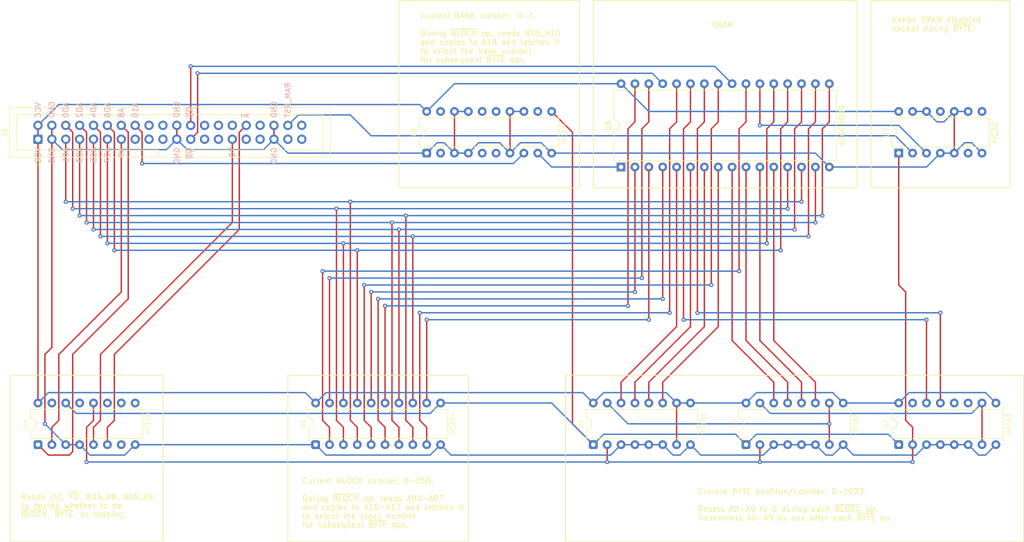
<source format=kicad_pcb>
(kicad_pcb (version 20240108) (generator "pcbnew") (generator_version "8.0")
  (title_block (title "MiniNDP 512 DIP Breadboard") (date "2023-12-04") (rev "002") (company "Brian K. White - b.kenyon.w@gmail.com") (comment 1 "github.com/bkw777/NODE_DATAPAC") (comment 2 "Work-alike of NODE Systems DATAPAC / RAMPAC") (comment 3 "This version is for breadboard prototyping and omits the battery backup components."))
  (layers (0 "F.Cu" signal) (31 "B.Cu" signal) (34 "B.Paste" user) (35 "F.Paste" user) (36 "B.SilkS" user "B.Silkscreen") (37 "F.SilkS" user "F.Silkscreen") (38 "B.Mask" user) (39 "F.Mask" user) (44 "Edge.Cuts" user))
  (net 0 "")
  (net 1 "GND")
  (net 2 "VBUS")
  (net 3 "/AD0")
  (net 4 "/AD1")
  (net 5 "/AD2")
  (net 6 "/AD3")
  (net 7 "/AD4")
  (net 8 "/AD5")
  (net 9 "/AD6")
  (net 10 "/AD7")
  (net 11 "/A8")
  (net 12 "/A9")
  (net 13 "/A10")
  (net 14 "/A11")
  (net 15 "/A12")
  (net 16 "/A13")
  (net 17 "/A14")
  (net 18 "/A15")
  (net 19 "/~{RD}")
  (net 20 "/~{WR}")
  (net 21 "/RAMRST")
  (net 22 "/~{Y0}")
  (net 23 "/(A)")
  (net 26 "/TC0")
  (net 27 "/TC1")
  (net 28 "/~{CE}")
  (net 29 "/~{BLOCK}")
  (net 30 "/~{BYTE}")
  (net 37 "/A5")
  (net 38 "/A6")
  (net 39 "/A7")
  (net 40 "/BUS_A8")
  (net 41 "/BUS_A9")
  (net 42 "/A16")
  (net 43 "/A17")
  (net 44 "/A0")
  (net 45 "/A1")
  (net 46 "/A2")
  (net 47 "/A3")
  (net 48 "/A4")
  (net 50 "/BUS_A10")
  (net 70 "/A18")
  (footprint "000_LOCAL:DIP-32_W15.24mm" (layer "F.Cu") (at 165.1 76.2 90)
    (property "Reference" "U6")
    (property "Value" "AS6C4008")
  )
  (footprint "000_LOCAL:DIP-16_W7.62mm" (layer "F.Cu") (at 215.9 127 90)
    (property "Reference" "U3")
    (property "Value" "HC161")
  )
  (footprint "000_LOCAL:DIP-20_W7.62mm" (layer "F.Cu") (at 129.54 73.66 90)
    (property "Reference" "U8")
    (property "Value" "HC374")
  )
  (footprint "000_LOCAL:DIP-16_W7.62mm" (layer "F.Cu") (at 58.42 127 90)
    (property "Reference" "U4")
    (property "Value" "HC138")
  )
  (footprint "000_LOCAL:DIP-16_W7.62mm" (layer "F.Cu") (at 187.96 127 90)
    (property "Reference" "U2")
    (property "Value" "HC161")
  )
  (footprint "000_LOCAL:DIP-14_W7.62mm" (layer "F.Cu") (at 215.9 73.66 90)
    (property "Reference" "U7")
    (property "Value" "HC32")
  )
  (footprint "000_LOCAL:DIP-20_W7.62mm" (layer "F.Cu") (at 109.22 127 90)
    (property "Reference" "U5")
    (property "Value" "HC374")
  )
  (footprint "000_LOCAL:DIP-16_W7.62mm" (layer "F.Cu") (at 160.02 127 90)
    (property "Reference" "U1")
    (property "Value" "HC161")
  )
  (footprint "000_LOCAL:IDC-Header_2x20_P2.54mm_Vertical" (layer "F.Cu") (at 58.42 71.12 90)
    (property "Reference" "J1")
    (property "Value" "Conn_02x20_Odd_Even")
  )
  (gr_rect (start 53.34 114.3) (end 81.28 144.78) (stroke (width 0.15)) (fill none) (layer "F.SilkS"))
  (gr_rect (start 154.94 114.3) (end 238.76 144.78) (stroke (width 0.15)) (fill none) (layer "F.SilkS"))
  (gr_rect (start 210.82 45.72) (end 236.22 80.01) (stroke (width 0.15)) (fill none) (layer "F.SilkS"))
  (gr_rect (start 124.46 45.72) (end 157.48 80.01) (stroke (width 0.15)) (fill none) (layer "F.SilkS"))
  (gr_rect (start 104.14 114.3) (end 137.16 144.78) (stroke (width 0.15)) (fill none) (layer "F.SilkS"))
  (gr_rect (start 160.02 45.72) (end 208.28 80.01) (stroke (width 0.15)) (fill none) (layer "F.SilkS"))
  (gr_text "~{RD}" (at 86.36 67.31 90) (layer "B.SilkS") (effects (font (size 1 1)) (justify right mirror)))
  (gr_text "A9" (at 73.66 72.517 90) (layer "B.SilkS") (effects (font (size 1 1)) (justify left mirror)))
  (gr_text "AD2" (at 66.04 67.31 90) (layer "B.SilkS") (effects (font (size 1 1)) (justify right mirror)))
  (gr_text "~{WR}" (at 86.36 72.517 90) (layer "B.SilkS") (effects (font (size 1 1)) (justify left mirror)))
  (gr_text "A10" (at 76.2 67.31 90) (layer "B.SilkS") (effects (font (size 1 1)) (justify right mirror)))
  (gr_text "AD3" (at 66.04 72.517 90) (layer "B.SilkS") (effects (font (size 1 1)) (justify left mirror)))
  (gr_text "GND" (at 60.96 67.31 90) (layer "B.SilkS") (effects (font (size 1 1)) (justify right mirror)))
  (gr_text "A8" (at 73.66 67.31 90) (layer "B.SilkS") (effects (font (size 1 1)) (justify right mirror)))
  (gr_text "AD7" (at 71.12 72.517 90) (layer "B.SilkS") (effects (font (size 1 1)) (justify left mirror)))
  (gr_text "GND" (at 83.82 72.517 90) (layer "B.SilkS") (effects (font (size 1 1)) (justify left mirror)))
  (gr_text "AD5" (at 68.58 72.517 90) (layer "B.SilkS") (effects (font (size 1 1)) (justify left mirror)))
  (gr_text "VCC" (at 58.42 67.31 90) (layer "B.SilkS") (effects (font (size 1 1)) (justify right mirror)))
  (gr_text "AD0" (at 63.5 67.31 90) (layer "B.SilkS") (effects (font (size 1 1)) (justify right mirror)))
  (gr_text "AD6" (at 71.12 67.31 90) (layer "B.SilkS") (effects (font (size 1 1)) (justify right mirror)))
  (gr_text "~{A}" (at 96.52 67.31 90) (layer "B.SilkS") (effects (font (size 1 1)) (justify right mirror)))
  (gr_text "AD1" (at 63.5 72.517 90) (layer "B.SilkS") (effects (font (size 1 1)) (justify left mirror)))
  (gr_text "GND" (at 83.82 67.31 90) (layer "B.SilkS") (effects (font (size 1 1)) (justify right mirror)))
  (gr_text "GND" (at 60.96 72.517 90) (layer "B.SilkS") (effects (font (size 1 1)) (justify left mirror)))
  (gr_text "GND" (at 101.6 72.517 90) (layer "B.SilkS") (effects (font (size 1 1)) (justify left mirror)))
  (gr_text "RAM_RST" (at 104.14 67.31 90) (layer "B.SilkS") (effects (font (size 1 1)) (justify right mirror)))
  (gr_text "Y0" (at 93.98 72.517 90) (layer "B.SilkS") (effects (font (size 1 1)) (justify left mirror)))
  (gr_text "GND" (at 101.6 67.31 90) (layer "B.SilkS") (effects (font (size 1 1)) (justify right mirror)))
  (gr_text "VCC" (at 58.42 72.517 90) (layer "B.SilkS") (effects (font (size 1 1)) (justify left mirror)))
  (gr_text "AD4" (at 68.58 67.31 90) (layer "B.SilkS") (effects (font (size 1 1)) (justify right mirror)))
  (gr_text "SRAM" (at 181.61 50.8 0) (layer "F.SilkS") (effects (font (size 1 1)) (justify left bottom)))
  (gr_text "Current BLOCK number, 0-255.\n\nDuring ~{BLOCK} op, reads AD0-AD7\nand copies to A10-A17 and latches it\nto select the block number\nfor subsequent ~{BYTE} ops." (at 106.68 142.24 0) (layer "F.SilkS") (effects (font (size 1 1)) (justify left bottom)))
  (gr_text "Keeps SRAM disabled\nexcept during ~{BYTE}." (at 214.63 51.435 0) (layer "F.SilkS") (effects (font (size 1 1)) (justify left bottom)))
  (gr_text "Current BANK number, 0-1.\n\nDuring ~{BLOCK} op, reads BUS_A10\nand copies to A18 and latches it\nto select the bank number\nfor subsequent ~{BYTE} ops." (at 128.27 57.15 0) (layer "F.SilkS") (effects (font (size 1 1)) (justify left bottom)))
  (gr_text "Reads (A), ~{YO}, BUS_A8, BUS_A9,\nto decide whether to do\n~{BLOCK}, ~{BYTE}, or nothing." (at 55.245 140.335 0) (layer "F.SilkS") (effects (font (size 1 1)) (justify left bottom)))
  (gr_text "Current BYTE position/counter, 0-1023.\n\nResets A0-A9 to 0 during each ~{BLOCK} op.\nIncrements A0-A9 by one after each ~{BYTE} op." (at 179.07 140.97 0) (layer "F.SilkS") (effects (font (size 1 1)) (justify left bottom)))
  (segment (start 134.62 73.66) (end 134.62 66.04) (width 0.254) (layer "F.Cu") (net 1))
  (segment (start 101.6 68.58) (end 101.6 71.12) (width 0.254) (layer "F.Cu") (net 1))
  (segment (start 226.06 73.66) (end 226.06 66.04) (width 0.254) (layer "F.Cu") (net 1))
  (segment (start 144.78 73.66) (end 144.78 66.04) (width 0.254) (layer "F.Cu") (net 1))
  (segment (start 83.82 68.58) (end 83.82 71.12) (width 0.254) (layer "F.Cu") (net 1))
  (segment (start 59.69 110.49) (end 60.96 109.22) (width 0.254) (layer "F.Cu") (net 1))
  (segment (start 60.96 109.22) (end 60.96 68.58) (width 0.254) (layer "F.Cu") (net 1))
  (segment (start 59.69 123.19) (end 59.69 110.49) (width 0.254) (layer "F.Cu") (net 1))
  (via (at 59.69 123.19) (size 0.762) (drill 0.3556) (layers "F.Cu" "B.Cu") (net 1))
  (segment (start 67.945 128.905) (end 74.295 128.905) (width 0.254) (layer "B.Cu") (net 1))
  (segment (start 207.645 128.905) (end 219.075 128.905) (width 0.254) (layer "B.Cu") (net 1))
  (segment (start 152.4 73.66) (end 200.66 73.66) (width 0.254) (layer "B.Cu") (net 1))
  (segment (start 76.2 127) (end 109.22 127) (width 0.254) (layer "B.Cu") (net 1))
  (segment (start 224.155 67.945) (end 226.06 66.04) (width 0.254) (layer "B.Cu") (net 1))
  (segment (start 220.98 76.2) (end 223.52 73.66) (width 0.254) (layer "B.Cu") (net 1))
  (segment (start 74.295 128.905) (end 76.2 127) (width 0.254) (layer "B.Cu") (net 1))
  (segment (start 101.6 71.12) (end 104.14 73.66) (width 0.254) (layer "B.Cu") (net 1))
  (segment (start 228.6 127) (end 230.505 128.905) (width 0.254) (layer "B.Cu") (net 1))
  (segment (start 81.915 73.025) (end 83.82 71.12) (width 0.254) (layer "B.Cu") (net 1))
  (segment (start 109.22 127) (end 111.125 128.905) (width 0.254) (layer "B.Cu") (net 1))
  (segment (start 165.1 127) (end 172.72 127) (width 0.254) (layer "B.Cu") (net 1))
  (segment (start 172.72 127) (end 174.625 128.905) (width 0.254) (layer "B.Cu") (net 1))
  (segment (start 137.16 73.66) (end 134.62 73.66) (width 0.254) (layer "B.Cu") (net 1))
  (segment (start 144.78 66.04) (end 147.32 66.04) (width 0.254) (layer "B.Cu") (net 1))
  (segment (start 222.885 67.945) (end 224.155 67.945) (width 0.254) (layer "B.Cu") (net 1))
  (segment (start 99.695 73.025) (end 101.6 71.12) (width 0.254) (layer "B.Cu") (net 1))
  (segment (start 218.44 66.04) (end 220.98 66.04) (width 0.254) (layer "B.Cu") (net 1))
  (segment (start 150.495 71.755) (end 146.685 71.755) (width 0.254) (layer "B.Cu") (net 1))
  (segment (start 227.965 71.755) (end 229.235 71.755) (width 0.254) (layer "B.Cu") (net 1))
  (segment (start 203.835 128.905) (end 205.74 127) (width 0.254) (layer "B.Cu") (net 1))
  (segment (start 63.5 127) (end 66.04 127) (width 0.254) (layer "B.Cu") (net 1))
  (segment (start 202.565 128.905) (end 203.835 128.905) (width 0.254) (layer "B.Cu") (net 1))
  (segment (start 205.74 127) (end 207.645 128.905) (width 0.254) (layer "B.Cu") (net 1))
  (segment (start 104.14 73.66) (end 129.54 73.66) (width 0.254) (layer "B.Cu") (net 1))
  (segment (start 177.8 127) (end 179.705 128.905) (width 0.254) (layer "B.Cu") (net 1))
  (segment (start 132.08 127) (end 133.985 128.905) (width 0.254) (layer "B.Cu") (net 1))
  (segment (start 200.66 127) (end 202.565 128.905) (width 0.254) (layer "B.Cu") (net 1))
  (segment (start 223.52 73.66) (end 226.06 73.66) (width 0.254) (layer "B.Cu") (net 1))
  (segment (start 139.065 71.755) (end 137.16 73.66) (width 0.254) (layer "B.Cu") (net 1))
  (segment (start 191.135 128.905) (end 193.04 127) (width 0.254) (layer "B.Cu") (net 1))
  (segment (start 131.445 71.755) (end 132.715 71.755) (width 0.254) (layer "B.Cu") (net 1))
  (segment (start 152.4 73.66) (end 150.495 71.755) (width 0.254) (layer "B.Cu") (net 1))
  (segment (start 220.98 66.04) (end 222.885 67.945) (width 0.254) (layer "B.Cu") (net 1))
  (segment (start 144.78 73.66) (end 142.875 71.755) (width 0.254) (layer "B.Cu") (net 1))
  (segment (start 62.865 73.025) (end 81.915 73.025) (width 0.254) (layer "B.Cu") (net 1))
  (segment (start 203.2 76.2) (end 220.98 76.2) (width 0.254) (layer "B.Cu") (net 1))
  (segment (start 220.98 127) (end 228.6 127) (width 0.254) (layer "B.Cu") (net 1))
  (segment (start 163.195 128.905) (end 165.1 127) (width 0.254) (layer "B.Cu") (net 1))
  (segment (start 83.82 71.12) (end 85.725 73.025) (width 0.254) (layer "B.Cu") (net 1))
  (segment (start 66.04 127) (end 67.945 128.905) (width 0.254) (layer "B.Cu") (net 1))
  (segment (start 130.175 128.905) (end 132.08 127) (width 0.254) (layer "B.Cu") (net 1))
  (segment (start 226.06 66.04) (end 228.6 66.04) (width 0.254) (layer "B.Cu") (net 1))
  (segment (start 85.725 73.025) (end 99.695 73.025) (width 0.254) (layer "B.Cu") (net 1))
  (segment (start 146.685 71.755) (end 144.78 73.66) (width 0.254) (layer "B.Cu") (net 1))
  (segment (start 175.895 128.905) (end 177.8 127) (width 0.254) (layer "B.Cu") (net 1))
  (segment (start 179.705 128.905) (end 191.135 128.905) (width 0.254) (layer "B.Cu") (net 1))
  (segment (start 200.66 73.66) (end 203.2 76.2) (width 0.254) (layer "B.Cu") (net 1))
  (segment (start 229.235 71.755) (end 231.14 73.66) (width 0.254) (layer "B.Cu") (net 1))
  (segment (start 193.04 127) (end 200.66 127) (width 0.254) (layer "B.Cu") (net 1))
  (segment (start 230.505 128.905) (end 231.775 128.905) (width 0.254) (layer "B.Cu") (net 1))
  (segment (start 60.96 71.12) (end 62.865 73.025) (width 0.254) (layer "B.Cu") (net 1))
  (segment (start 132.715 71.755) (end 134.62 73.66) (width 0.254) (layer "B.Cu") (net 1))
  (segment (start 226.06 73.66) (end 227.965 71.755) (width 0.254) (layer "B.Cu") (net 1))
  (segment (start 231.775 128.905) (end 233.68 127) (width 0.254) (layer "B.Cu") (net 1))
  (segment (start 142.875 71.755) (end 139.065 71.755) (width 0.254) (layer "B.Cu") (net 1))
  (segment (start 174.625 128.905) (end 175.895 128.905) (width 0.254) (layer "B.Cu") (net 1))
  (segment (start 133.985 128.905) (end 163.195 128.905) (width 0.254) (layer "B.Cu") (net 1))
  (segment (start 59.69 123.19) (end 63.5 127) (width 0.254) (layer "B.Cu") (net 1))
  (segment (start 219.075 128.905) (end 220.98 127) (width 0.254) (layer "B.Cu") (net 1))
  (segment (start 129.54 73.66) (end 131.445 71.755) (width 0.254) (layer "B.Cu") (net 1))
  (segment (start 134.62 66.04) (end 137.16 66.04) (width 0.254) (layer "B.Cu") (net 1))
  (segment (start 111.125 128.905) (end 130.175 128.905) (width 0.254) (layer "B.Cu") (net 1))
  (segment (start 58.42 68.58) (end 58.42 119.38) (width 0.254) (layer "F.Cu") (net 2))
  (segment (start 175.26 127) (end 175.26 119.38) (width 0.254) (layer "F.Cu") (net 2))
  (segment (start 109.22 119.38) (end 111.125 117.475) (width 0.254) (layer "B.Cu") (net 2))
  (segment (start 203.835 117.475) (end 205.74 119.38) (width 0.254) (layer "B.Cu") (net 2))
  (segment (start 231.775 117.475) (end 233.68 119.38) (width 0.254) (layer "B.Cu") (net 2))
  (segment (start 165.1 60.96) (end 170.18 66.04) (width 0.254) (layer "B.Cu") (net 2))
  (segment (start 189.865 117.475) (end 203.835 117.475) (width 0.254) (layer "B.Cu") (net 2))
  (segment (start 128.27 64.77) (end 62.23 64.77) (width 0.254) (layer "B.Cu") (net 2))
  (segment (start 187.96 119.38) (end 189.865 117.475) (width 0.254) (layer "B.Cu") (net 2))
  (segment (start 58.42 119.38) (end 60.325 117.475) (width 0.254) (layer "B.Cu") (net 2))
  (segment (start 129.54 66.04) (end 128.27 64.77) (width 0.254) (layer "B.Cu") (net 2))
  (segment (start 158.115 117.475) (end 160.02 119.38) (width 0.254) (layer "B.Cu") (net 2))
  (segment (start 60.325 117.475) (end 107.315 117.475) (width 0.254) (layer "B.Cu") (net 2))
  (segment (start 165.1 60.96) (end 134.62 60.96) (width 0.254) (layer "B.Cu") (net 2))
  (segment (start 177.8 119.38) (end 187.96 119.38) (width 0.254) (layer "B.Cu") (net 2))
  (segment (start 160.02 119.38) (end 161.925 117.475) (width 0.254) (layer "B.Cu") (net 2))
  (segment (start 175.26 119.38) (end 177.8 119.38) (width 0.254) (layer "B.Cu") (net 2))
  (segment (start 134.62 60.96) (end 129.54 66.04) (width 0.254) (layer "B.Cu") (net 2))
  (segment (start 215.9 119.38) (end 217.805 117.475) (width 0.254) (layer "B.Cu") (net 2))
  (segment (start 205.74 119.38) (end 215.9 119.38) (width 0.254) (layer "B.Cu") (net 2))
  (segment (start 170.18 66.04) (end 215.9 66.04) (width 0.254) (layer "B.Cu") (net 2))
  (segment (start 173.355 117.475) (end 175.26 119.38) (width 0.254) (layer "B.Cu") (net 2))
  (segment (start 217.805 117.475) (end 231.775 117.475) (width 0.254) (layer "B.Cu") (net 2))
  (segment (start 111.125 117.475) (end 158.115 117.475) (width 0.254) (layer "B.Cu") (net 2))
  (segment (start 161.925 117.475) (end 173.355 117.475) (width 0.254) (layer "B.Cu") (net 2))
  (segment (start 107.315 117.475) (end 109.22 119.38) (width 0.254) (layer "B.Cu") (net 2))
  (segment (start 62.23 64.77) (end 58.42 68.58) (width 0.254) (layer "B.Cu") (net 2))
  (segment (start 114.3 123.825) (end 114.3 127) (width 0.254) (layer "F.Cu") (net 3))
  (segment (start 113.03 122.555) (end 114.3 123.825) (width 0.254) (layer "F.Cu") (net 3))
  (segment (start 64.77 69.85) (end 63.5 68.58) (width 0.254) (layer "F.Cu") (net 3))
  (segment (start 64.77 83.82) (end 64.77 69.85) (width 0.254) (layer "F.Cu") (net 3))
  (segment (start 113.03 83.82) (end 113.03 122.555) (width 0.254) (layer "F.Cu") (net 3))
  (segment (start 195.58 83.82) (end 195.58 76.2) (width 0.254) (layer "F.Cu") (net 3))
  (via (at 113.03 83.82) (size 0.762) (drill 0.3556) (layers "F.Cu" "B.Cu") (net 3))
  (via (at 195.58 83.82) (size 0.762) (drill 0.3556) (layers "F.Cu" "B.Cu") (net 3))
  (via (at 64.77 83.82) (size 0.762) (drill 0.3556) (layers "F.Cu" "B.Cu") (net 3))
  (segment (start 113.03 83.82) (end 64.77 83.82) (width 0.254) (layer "B.Cu") (net 3))
  (segment (start 195.58 83.82) (end 113.03 83.82) (width 0.254) (layer "B.Cu") (net 3))
  (segment (start 116.84 123.825) (end 116.84 127) (width 0.254) (layer "F.Cu") (net 4))
  (segment (start 115.57 122.555) (end 116.84 123.825) (width 0.254) (layer "F.Cu") (net 4))
  (segment (start 63.5 71.12) (end 63.5 82.55) (width 0.254) (layer "F.Cu") (net 4))
  (segment (start 198.12 82.55) (end 198.12 76.2) (width 0.254) (layer "F.Cu") (net 4))
  (segment (start 115.57 82.55) (end 115.57 122.555) (width 0.254) (layer "F.Cu") (net 4))
  (via (at 63.5 82.55) (size 0.762) (drill 0.3556) (layers "F.Cu" "B.Cu") (net 4))
  (via (at 198.12 82.55) (size 0.762) (drill 0.3556) (layers "F.Cu" "B.Cu") (net 4))
  (via (at 115.57 82.55) (size 0.762) (drill 0.3556) (layers "F.Cu" "B.Cu") (net 4))
  (segment (start 198.12 82.55) (end 115.57 82.55) (width 0.254) (layer "B.Cu") (net 4))
  (segment (start 115.57 82.55) (end 63.5 82.55) (width 0.254) (layer "B.Cu") (net 4))
  (segment (start 124.46 123.825) (end 124.46 127) (width 0.254) (layer "F.Cu") (net 5))
  (segment (start 123.19 122.555) (end 124.46 123.825) (width 0.254) (layer "F.Cu") (net 5))
  (segment (start 200.66 86.36) (end 200.66 76.2) (width 0.254) (layer "F.Cu") (net 5))
  (segment (start 67.31 69.85) (end 66.04 68.58) (width 0.254) (layer "F.Cu") (net 5))
  (segment (start 123.19 86.36) (end 123.19 122.555) (width 0.254) (layer "F.Cu") (net 5))
  (segment (start 67.31 86.36) (end 67.31 69.85) (width 0.254) (layer "F.Cu") (net 5))
  (via (at 67.31 86.36) (size 0.762) (drill 0.3556) (layers "F.Cu" "B.Cu") (net 5))
  (via (at 123.19 86.36) (size 0.762) (drill 0.3556) (layers "F.Cu" "B.Cu") (net 5))
  (via (at 200.66 86.36) (size 0.762) (drill 0.3556) (layers "F.Cu" "B.Cu") (net 5))
  (segment (start 123.19 86.36) (end 67.31 86.36) (width 0.254) (layer "B.Cu") (net 5))
  (segment (start 200.66 86.36) (end 123.19 86.36) (width 0.254) (layer "B.Cu") (net 5))
  (segment (start 203.2 67.945) (end 203.2 60.96) (width 0.254) (layer "F.Cu") (net 6))
  (segment (start 66.04 71.12) (end 66.04 85.09) (width 0.254) (layer "F.Cu") (net 6))
  (segment (start 201.93 85.09) (end 201.93 69.215) (width 0.254) (layer "F.Cu") (net 6))
  (segment (start 201.93 69.215) (end 203.2 67.945) (width 0.254) (layer "F.Cu") (net 6))
  (segment (start 125.73 85.09) (end 125.73 122.555) (width 0.254) (layer "F.Cu") (net 6))
  (segment (start 125.73 122.555) (end 127 123.825) (width 0.254) (layer "F.Cu") (net 6))
  (segment (start 127 123.825) (end 127 127) (width 0.254) (layer "F.Cu") (net 6))
  (via (at 201.93 85.09) (size 0.762) (drill 0.3556) (layers "F.Cu" "B.Cu") (net 6))
  (via (at 125.73 85.09) (size 0.762) (drill 0.3556) (layers "F.Cu" "B.Cu") (net 6))
  (via (at 66.04 85.09) (size 0.762) (drill 0.3556) (layers "F.Cu" "B.Cu") (net 6))
  (segment (start 201.93 85.09) (end 125.73 85.09) (width 0.254) (layer "B.Cu") (net 6))
  (segment (start 125.73 85.09) (end 66.04 85.09) (width 0.254) (layer "B.Cu") (net 6))
  (segment (start 127 88.9) (end 127 119.38) (width 0.254) (layer "F.Cu") (net 7))
  (segment (start 69.85 88.9) (end 69.85 69.85) (width 0.254) (layer "F.Cu") (net 7))
  (segment (start 200.66 67.945) (end 200.66 60.96) (width 0.254) (layer "F.Cu") (net 7))
  (segment (start 199.39 69.215) (end 200.66 67.945) (width 0.254) (layer "F.Cu") (net 7))
  (segment (start 199.39 88.9) (end 199.39 69.215) (width 0.254) (layer "F.Cu") (net 7))
  (segment (start 69.85 69.85) (end 68.58 68.58) (width 0.254) (layer "F.Cu") (net 7))
  (via (at 199.39 88.9) (size 0.762) (drill 0.3556) (layers "F.Cu" "B.Cu") (net 7))
  (via (at 127 88.9) (size 0.762) (drill 0.3556) (layers "F.Cu" "B.Cu") (net 7))
  (via (at 69.85 88.9) (size 0.762) (drill 0.3556) (layers "F.Cu" "B.Cu") (net 7))
  (segment (start 127 88.9) (end 69.85 88.9) (width 0.254) (layer "B.Cu") (net 7))
  (segment (start 199.39 88.9) (end 127 88.9) (width 0.254) (layer "B.Cu") (net 7))
  (segment (start 124.46 87.63) (end 124.46 119.38) (width 0.254) (layer "F.Cu") (net 8))
  (segment (start 198.12 67.945) (end 198.12 60.96) (width 0.254) (layer "F.Cu") (net 8))
  (segment (start 196.85 87.63) (end 196.85 69.215) (width 0.254) (layer "F.Cu") (net 8))
  (segment (start 196.85 69.215) (end 198.12 67.945) (width 0.254) (layer "F.Cu") (net 8))
  (segment (start 68.58 71.12) (end 68.58 87.63) (width 0.254) (layer "F.Cu") (net 8))
  (via (at 196.85 87.63) (size 0.762) (drill 0.3556) (layers "F.Cu" "B.Cu") (net 8))
  (via (at 124.46 87.63) (size 0.762) (drill 0.3556) (layers "F.Cu" "B.Cu") (net 8))
  (via (at 68.58 87.63) (size 0.762) (drill 0.3556) (layers "F.Cu" "B.Cu") (net 8))
  (segment (start 124.46 87.63) (end 68.58 87.63) (width 0.254) (layer "B.Cu") (net 8))
  (segment (start 196.85 87.63) (end 124.46 87.63) (width 0.254) (layer "B.Cu") (net 8))
  (segment (start 195.58 67.945) (end 195.58 60.96) (width 0.254) (layer "F.Cu") (net 9))
  (segment (start 194.31 69.215) (end 195.58 67.945) (width 0.254) (layer "F.Cu") (net 9))
  (segment (start 194.31 91.44) (end 194.31 69.215) (width 0.254) (layer "F.Cu") (net 9))
  (segment (start 72.39 91.44) (end 72.39 69.85) (width 0.254) (layer "F.Cu") (net 9))
  (segment (start 116.84 91.44) (end 116.84 119.38) (width 0.254) (layer "F.Cu") (net 9))
  (segment (start 72.39 69.85) (end 71.12 68.58) (width 0.254) (layer "F.Cu") (net 9))
  (via (at 194.31 91.44) (size 0.762) (drill 0.3556) (layers "F.Cu" "B.Cu") (net 9))
  (via (at 72.39 91.44) (size 0.762) (drill 0.3556) (layers "F.Cu" "B.Cu") (net 9))
  (via (at 116.84 91.44) (size 0.762) (drill 0.3556) (layers "F.Cu" "B.Cu") (net 9))
  (segment (start 194.31 91.44) (end 116.84 91.44) (width 0.254) (layer "B.Cu") (net 9))
  (segment (start 72.39 91.44) (end 116.84 91.44) (width 0.254) (layer "B.Cu") (net 9))
  (segment (start 191.77 90.17) (end 191.77 69.215) (width 0.254) (layer "F.Cu") (net 10))
  (segment (start 191.77 69.215) (end 193.04 67.945) (width 0.254) (layer "F.Cu") (net 10))
  (segment (start 114.3 90.17) (end 114.3 119.38) (width 0.254) (layer "F.Cu") (net 10))
  (segment (start 71.12 71.12) (end 71.12 90.17) (width 0.254) (layer "F.Cu") (net 10))
  (segment (start 193.04 67.945) (end 193.04 60.96) (width 0.254) (layer "F.Cu") (net 10))
  (via (at 71.12 90.17) (size 0.762) (drill 0.3556) (layers "F.Cu" "B.Cu") (net 10))
  (via (at 114.3 90.17) (size 0.762) (drill 0.3556) (layers "F.Cu" "B.Cu") (net 10))
  (via (at 191.77 90.17) (size 0.762) (drill 0.3556) (layers "F.Cu" "B.Cu") (net 10))
  (segment (start 114.3 90.17) (end 71.12 90.17) (width 0.254) (layer "B.Cu") (net 10))
  (segment (start 191.77 90.17) (end 114.3 90.17) (width 0.254) (layer "B.Cu") (net 10))
  (segment (start 176.53 104.14) (end 176.53 69.215) (width 0.254) (layer "F.Cu") (net 11))
  (segment (start 176.53 69.215) (end 177.8 67.945) (width 0.254) (layer "F.Cu") (net 11))
  (segment (start 220.98 104.14) (end 220.98 119.38) (width 0.254) (layer "F.Cu") (net 11))
  (segment (start 177.8 67.945) (end 177.8 60.96) (width 0.254) (layer "F.Cu") (net 11))
  (via (at 176.53 104.14) (size 0.762) (drill 0.3556) (layers "F.Cu" "B.Cu") (net 11))
  (via (at 220.98 104.14) (size 0.762) (drill 0.3556) (layers "F.Cu" "B.Cu") (net 11))
  (segment (start 220.98 104.14) (end 176.53 104.14) (width 0.254) (layer "B.Cu") (net 11))
  (segment (start 179.07 69.215) (end 180.34 67.945) (width 0.254) (layer "F.Cu") (net 12))
  (segment (start 223.52 102.87) (end 223.52 119.38) (width 0.254) (layer "F.Cu") (net 12))
  (segment (start 179.07 102.87) (end 179.07 69.215) (width 0.254) (layer "F.Cu") (net 12))
  (segment (start 180.34 67.945) (end 180.34 60.96) (width 0.254) (layer "F.Cu") (net 12))
  (via (at 179.07 102.87) (size 0.762) (drill 0.3556) (layers "F.Cu" "B.Cu") (net 12))
  (via (at 223.52 102.87) (size 0.762) (drill 0.3556) (layers "F.Cu" "B.Cu") (net 12))
  (segment (start 223.52 102.87) (end 179.07 102.87) (width 0.254) (layer "B.Cu") (net 12))
  (segment (start 110.49 95.25) (end 110.49 122.555) (width 0.254) (layer "F.Cu") (net 13))
  (segment (start 186.69 95.25) (end 186.69 69.215) (width 0.254) (layer "F.Cu") (net 13))
  (segment (start 111.76 123.825) (end 111.76 127) (width 0.254) (layer "F.Cu") (net 13))
  (segment (start 186.69 69.215) (end 187.96 67.945) (width 0.254) (layer "F.Cu") (net 13))
  (segment (start 110.49 122.555) (end 111.76 123.825) (width 0.254) (layer "F.Cu") (net 13))
  (segment (start 187.96 67.945) (end 187.96 60.96) (width 0.254) (layer "F.Cu") (net 13))
  (via (at 186.69 95.25) (size 0.762) (drill 0.3556) (layers "F.Cu" "B.Cu") (net 13))
  (via (at 110.49 95.25) (size 0.762) (drill 0.3556) (layers "F.Cu" "B.Cu") (net 13))
  (segment (start 186.69 95.25) (end 110.49 95.25) (width 0.254) (layer "B.Cu") (net 13))
  (segment (start 119.38 123.825) (end 119.38 127) (width 0.254) (layer "F.Cu") (net 14))
  (segment (start 118.11 122.555) (end 119.38 123.825) (width 0.254) (layer "F.Cu") (net 14))
  (segment (start 181.61 97.79) (end 181.61 69.215) (width 0.254) (layer "F.Cu") (net 14))
  (segment (start 118.11 97.79) (end 118.11 122.555) (width 0.254) (layer "F.Cu") (net 14))
  (segment (start 181.61 69.215) (end 182.88 67.945) (width 0.254) (layer "F.Cu") (net 14))
  (segment (start 182.88 67.945) (end 182.88 60.96) (width 0.254) (layer "F.Cu") (net 14))
  (via (at 181.61 97.79) (size 0.762) (drill 0.3556) (layers "F.Cu" "B.Cu") (net 14))
  (via (at 118.11 97.79) (size 0.762) (drill 0.3556) (layers "F.Cu" "B.Cu") (net 14))
  (segment (start 181.61 97.79) (end 118.11 97.79) (width 0.254) (layer "B.Cu") (net 14))
  (segment (start 121.92 123.825) (end 121.92 127) (width 0.254) (layer "F.Cu") (net 15))
  (segment (start 120.65 100.33) (end 120.65 122.555) (width 0.254) (layer "F.Cu") (net 15))
  (segment (start 120.65 122.555) (end 121.92 123.825) (width 0.254) (layer "F.Cu") (net 15))
  (segment (start 172.72 100.33) (end 172.72 76.2) (width 0.254) (layer "F.Cu") (net 15))
  (via (at 172.72 100.33) (size 0.762) (drill 0.3556) (layers "F.Cu" "B.Cu") (net 15))
  (via (at 120.65 100.33) (size 0.762) (drill 0.3556) (layers "F.Cu" "B.Cu") (net 15))
  (segment (start 120.65 100.33) (end 172.72 100.33) (width 0.254) (layer "B.Cu") (net 15))
  (segment (start 129.54 123.825) (end 129.54 127) (width 0.254) (layer "F.Cu") (net 16))
  (segment (start 128.27 102.87) (end 128.27 122.555) (width 0.254) (layer "F.Cu") (net 16))
  (segment (start 128.27 122.555) (end 129.54 123.825) (width 0.254) (layer "F.Cu") (net 16))
  (segment (start 175.26 67.945) (end 175.26 60.96) (width 0.254) (layer "F.Cu") (net 16))
  (segment (start 173.99 69.215) (end 175.26 67.945) (width 0.254) (layer "F.Cu") (net 16))
  (segment (start 173.99 102.87) (end 173.99 69.215) (width 0.254) (layer "F.Cu") (net 16))
  (via (at 173.99 102.87) (size 0.762) (drill 0.3556) (layers "F.Cu" "B.Cu") (net 16))
  (via (at 128.27 102.87) (size 0.762) (drill 0.3556) (layers "F.Cu" "B.Cu") (net 16))
  (segment (start 128.27 102.87) (end 173.99 102.87) (width 0.254) (layer "B.Cu") (net 16))
  (segment (start 129.54 119.38) (end 129.54 104.14) (width 0.254) (layer "F.Cu") (net 17))
  (segment (start 170.18 104.14) (end 170.18 76.2) (width 0.254) (layer "F.Cu") (net 17))
  (via (at 129.54 104.14) (size 0.762) (drill 0.3556) (layers "F.Cu" "B.Cu") (net 17))
  (via (at 170.18 104.14) (size 0.762) (drill 0.3556) (layers "F.Cu" "B.Cu") (net 17))
  (segment (start 170.18 104.14) (end 129.54 104.14) (width 0.254) (layer "B.Cu") (net 17))
  (segment (start 167.64 67.945) (end 167.64 60.96) (width 0.254) (layer "F.Cu") (net 18))
  (segment (start 166.37 101.6) (end 166.37 69.215) (width 0.254) (layer "F.Cu") (net 18))
  (segment (start 121.92 119.38) (end 121.92 101.6) (width 0.254) (layer "F.Cu") (net 18))
  (segment (start 166.37 69.215) (end 167.64 67.945) (width 0.254) (layer "F.Cu") (net 18))
  (via (at 166.37 101.6) (size 0.762) (drill 0.3556) (layers "F.Cu" "B.Cu") (net 18))
  (via (at 121.92 101.6) (size 0.762) (drill 0.3556) (layers "F.Cu" "B.Cu") (net 18))
  (segment (start 166.37 101.6) (end 121.92 101.6) (width 0.254) (layer "B.Cu") (net 18))
  (segment (start 86.36 68.58) (end 86.36 57.785) (width 0.254) (layer "F.Cu") (net 19))
  (via (at 86.36 57.785) (size 0.762) (drill 0.3556) (layers "F.Cu" "B.Cu") (net 19))
  (segment (start 182.245 57.785) (end 185.42 60.96) (width 0.254) (layer "B.Cu") (net 19))
  (segment (start 86.36 57.785) (end 182.245 57.785) (width 0.254) (layer "B.Cu") (net 19))
  (segment (start 87.63 59.055) (end 87.63 69.85) (width 0.254) (layer "F.Cu") (net 20))
  (segment (start 87.63 69.85) (end 86.36 71.12) (width 0.254) (layer "F.Cu") (net 20))
  (via (at 87.63 59.055) (size 0.762) (drill 0.3556) (layers "F.Cu" "B.Cu") (net 20))
  (segment (start 87.63 59.055) (end 170.815 59.055) (width 0.254) (layer "B.Cu") (net 20))
  (segment (start 170.815 59.055) (end 172.72 60.96) (width 0.254) (layer "B.Cu") (net 20))
  (segment (start 218.44 73.66) (end 215.265 70.485) (width 0.254) (layer "B.Cu") (net 21))
  (segment (start 106.045 66.675) (end 104.14 68.58) (width 0.254) (layer "B.Cu") (net 21))
  (segment (start 119.38 70.485) (end 115.57 66.675) (width 0.254) (layer "B.Cu") (net 21))
  (segment (start 115.57 66.675) (end 106.045 66.675) (width 0.254) (layer "B.Cu") (net 21))
  (segment (start 215.265 70.485) (end 119.38 70.485) (width 0.254) (layer "B.Cu") (net 21))
  (segment (start 68.58 123.825) (end 69.85 122.555) (width 0.254) (layer "F.Cu") (net 22))
  (segment (start 93.98 86.36) (end 93.98 71.12) (width 0.254) (layer "F.Cu") (net 22))
  (segment (start 68.58 127) (end 68.58 123.825) (width 0.254) (layer "F.Cu") (net 22))
  (segment (start 69.85 122.555) (end 69.85 110.49) (width 0.254) (layer "F.Cu") (net 22))
  (segment (start 69.85 110.49) (end 93.98 86.36) (width 0.254) (layer "F.Cu") (net 22))
  (segment (start 72.39 110.49) (end 95.25 87.63) (width 0.254) (layer "F.Cu") (net 23))
  (segment (start 71.12 123.825) (end 72.39 122.555) (width 0.254) (layer "F.Cu") (net 23))
  (segment (start 95.25 69.85) (end 96.52 68.58) (width 0.254) (layer "F.Cu") (net 23))
  (segment (start 72.39 122.555) (end 72.39 110.49) (width 0.254) (layer "F.Cu") (net 23))
  (segment (start 71.12 127) (end 71.12 123.825) (width 0.254) (layer "F.Cu") (net 23))
  (segment (start 95.25 87.63) (end 95.25 69.85) (width 0.254) (layer "F.Cu") (net 23))
  (segment (start 203.2 127) (end 203.2 119.38) (width 0.254) (layer "F.Cu") (net 26))
  (via (at 203.2 123.19) (size 0.762) (drill 0.3556) (layers "F.Cu" "B.Cu") (net 26))
  (segment (start 166.37 123.19) (end 162.56 119.38) (width 0.254) (layer "B.Cu") (net 26))
  (segment (start 203.2 123.19) (end 166.37 123.19) (width 0.254) (layer "B.Cu") (net 26))
  (segment (start 231.14 127) (end 231.14 119.38) (width 0.254) (layer "F.Cu") (net 27))
  (segment (start 190.5 119.38) (end 192.405 121.285) (width 0.254) (layer "B.Cu") (net 27))
  (segment (start 192.405 121.285) (end 229.235 121.285) (width 0.254) (layer "B.Cu") (net 27))
  (segment (start 229.235 121.285) (end 231.14 119.38) (width 0.254) (layer "B.Cu") (net 27))
  (segment (start 190.5 68.58) (end 190.5 60.96) (width 0.254) (layer "F.Cu") (net 28))
  (via (at 190.5 68.58) (size 0.762) (drill 0.3556) (layers "F.Cu" "B.Cu") (net 28))
  (segment (start 190.5 68.58) (end 215.9 68.58) (width 0.254) (layer "B.Cu") (net 28))
  (segment (start 215.9 68.58) (end 220.98 73.66) (width 0.254) (layer "B.Cu") (net 28))
  (segment (start 156.21 69.85) (end 152.4 66.04) (width 0.254) (layer "F.Cu") (net 29))
  (segment (start 160.02 127) (end 156.21 123.19) (width 0.254) (layer "F.Cu") (net 29))
  (segment (start 156.21 123.19) (end 156.21 69.85) (width 0.254) (layer "F.Cu") (net 29))
  (segment (start 152.4 119.38) (end 160.02 127) (width 0.254) (layer "B.Cu") (net 29))
  (segment (start 130.175 121.285) (end 132.08 119.38) (width 0.254) (layer "B.Cu") (net 29))
  (segment (start 161.925 125.095) (end 186.055 125.095) (width 0.254) (layer "B.Cu") (net 29))
  (segment (start 189.865 125.095) (end 213.995 125.095) (width 0.254) (layer "B.Cu") (net 29))
  (segment (start 186.055 125.095) (end 187.96 127) (width 0.254) (layer "B.Cu") (net 29))
  (segment (start 160.02 127) (end 161.925 125.095) (width 0.254) (layer "B.Cu") (net 29))
  (segment (start 65.405 121.285) (end 130.175 121.285) (width 0.254) (layer "B.Cu") (net 29))
  (segment (start 187.96 127) (end 189.865 125.095) (width 0.254) (layer "B.Cu") (net 29))
  (segment (start 213.995 125.095) (end 215.9 127) (width 0.254) (layer "B.Cu") (net 29))
  (segment (start 132.08 119.38) (end 152.4 119.38) (width 0.254) (layer "B.Cu") (net 29))
  (segment (start 63.5 119.38) (end 65.405 121.285) (width 0.254) (layer "B.Cu") (net 29))
  (segment (start 218.44 130.175) (end 218.44 127) (width 0.254) (layer "F.Cu") (net 30))
  (segment (start 190.5 130.175) (end 190.5 127) (width 0.254) (layer "F.Cu") (net 30))
  (segment (start 218.44 123.825) (end 217.17 122.555) (width 0.254) (layer "F.Cu") (net 30))
  (segment (start 215.9 97.79) (end 215.9 73.66) (width 0.254) (layer "F.Cu") (net 30))
  (segment (start 217.17 122.555) (end 217.17 99.06) (width 0.254) (layer "F.Cu") (net 30))
  (segment (start 218.44 127) (end 218.44 123.825) (width 0.254) (layer "F.Cu") (net 30))
  (segment (start 67.31 130.175) (end 67.31 123.825) (width 0.254) (layer "F.Cu") (net 30))
  (segment (start 68.58 122.555) (end 68.58 119.38) (width 0.254) (layer "F.Cu") (net 30))
  (segment (start 162.56 130.175) (end 162.56 127) (width 0.254) (layer "F.Cu") (net 30))
  (segment (start 67.31 123.825) (end 68.58 122.555) (width 0.254) (layer "F.Cu") (net 30))
  (segment (start 217.17 99.06) (end 215.9 97.79) (width 0.254) (layer "F.Cu") (net 30))
  (via (at 162.56 130.175) (size 0.762) (drill 0.3556) (layers "F.Cu" "B.Cu") (net 30))
  (via (at 67.31 130.175) (size 0.762) (drill 0.3556) (layers "F.Cu" "B.Cu") (net 30))
  (via (at 218.44 130.175) (size 0.762) (drill 0.3556) (layers "F.Cu" "B.Cu") (net 30))
  (via (at 190.5 130.175) (size 0.762) (drill 0.3556) (layers "F.Cu" "B.Cu") (net 30))
  (segment (start 190.5 130.175) (end 162.56 130.175) (width 0.254) (layer "B.Cu") (net 30))
  (segment (start 67.31 130.175) (end 162.56 130.175) (width 0.254) (layer "B.Cu") (net 30))
  (segment (start 218.44 130.175) (end 190.5 130.175) (width 0.254) (layer "B.Cu") (net 30))
  (segment (start 195.58 119.38) (end 195.58 115.57) (width 0.254) (layer "F.Cu") (net 37))
  (segment (start 195.58 115.57) (end 187.96 107.95) (width 0.254) (layer "F.Cu") (net 37))
  (segment (start 187.96 107.95) (end 187.96 76.2) (width 0.254) (layer "F.Cu") (net 37))
  (segment (start 198.12 119.38) (end 198.12 115.57) (width 0.254) (layer "F.Cu") (net 38))
  (segment (start 190.5 107.95) (end 190.5 76.2) (width 0.254) (layer "F.Cu") (net 38))
  (segment (start 198.12 115.57) (end 190.5 107.95) (width 0.254) (layer "F.Cu") (net 38))
  (segment (start 200.66 119.38) (end 200.66 115.57) (width 0.254) (layer "F.Cu") (net 39))
  (segment (start 193.04 107.95) (end 193.04 76.2) (width 0.254) (layer "F.Cu") (net 39))
  (segment (start 200.66 115.57) (end 193.04 107.95) (width 0.254) (layer "F.Cu") (net 39))
  (segment (start 64.135 128.905) (end 64.77 128.27) (width 0.254) (layer "F.Cu") (net 40))
  (segment (start 60.325 128.905) (end 64.135 128.905) (width 0.254) (layer "F.Cu") (net 40))
  (segment (start 64.77 128.27) (end 64.77 110.49) (width 0.254) (layer "F.Cu") (net 40))
  (segment (start 74.93 69.85) (end 73.66 68.58) (width 0.254) (layer "F.Cu") (net 40))
  (segment (start 74.93 100.33) (end 74.93 69.85) (width 0.254) (layer "F.Cu") (net 40))
  (segment (start 58.42 127) (end 60.325 128.905) (width 0.254) (layer "F.Cu") (net 40))
  (segment (start 64.77 110.49) (end 74.93 100.33) (width 0.254) (layer "F.Cu") (net 40))
  (segment (start 73.66 71.12) (end 73.66 99.06) (width 0.254) (layer "F.Cu") (net 41))
  (segment (start 73.66 99.06) (end 62.23 110.49) (width 0.254) (layer "F.Cu") (net 41))
  (segment (start 62.23 110.49) (end 62.23 122.555) (width 0.254) (layer "F.Cu") (net 41))
  (segment (start 60.96 123.825) (end 60.96 127) (width 0.254) (layer "F.Cu") (net 41))
  (segment (start 62.23 122.555) (end 60.96 123.825) (width 0.254) (layer "F.Cu") (net 41))
  (segment (start 167.64 99.06) (end 167.64 76.2) (width 0.254) (layer "F.Cu") (net 42))
  (segment (start 119.38 119.38) (end 119.38 99.06) (width 0.254) (layer "F.Cu") (net 42))
  (via (at 119.38 99.06) (size 0.762) (drill 0.3556) (layers "F.Cu" "B.Cu") (net 42))
  (via (at 167.64 99.06) (size 0.762) (drill 0.3556) (layers "F.Cu" "B.Cu") (net 42))
  (segment (start 167.64 99.06) (end 119.38 99.06) (width 0.254) (layer "B.Cu") (net 42))
  (segment (start 111.76 119.38) (end 111.76 96.52) (width 0.254) (layer "F.Cu") (net 43))
  (segment (start 168.91 69.215) (end 170.18 67.945) (width 0.254) (layer "F.Cu") (net 43))
  (segment (start 170.18 67.945) (end 170.18 60.96) (width 0.254) (layer "F.Cu") (net 43))
  (segment (start 168.91 96.52) (end 168.91 69.215) (width 0.254) (layer "F.Cu") (net 43))
  (via (at 111.76 96.52) (size 0.762) (drill 0.3556) (layers "F.Cu" "B.Cu") (net 43))
  (via (at 168.91 96.52) (size 0.762) (drill 0.3556) (layers "F.Cu" "B.Cu") (net 43))
  (segment (start 168.91 96.52) (end 111.76 96.52) (width 0.254) (layer "B.Cu") (net 43))
  (segment (start 175.26 105.41) (end 175.26 76.2) (width 0.254) (layer "F.Cu") (net 44))
  (segment (start 165.1 115.57) (end 175.26 105.41) (width 0.254) (layer "F.Cu") (net 44))
  (segment (start 165.1 119.38) (end 165.1 115.57) (width 0.254) (layer "F.Cu") (net 44))
  (segment (start 177.8 105.41) (end 177.8 76.2) (width 0.254) (layer "F.Cu") (net 45))
  (segment (start 167.64 115.57) (end 177.8 105.41) (width 0.254) (layer "F.Cu") (net 45))
  (segment (start 167.64 119.38) (end 167.64 115.57) (width 0.254) (layer "F.Cu") (net 45))
  (segment (start 170.18 115.57) (end 180.34 105.41) (width 0.254) (layer "F.Cu") (net 46))
  (segment (start 180.34 105.41) (end 180.34 76.2) (width 0.254) (layer "F.Cu") (net 46))
  (segment (start 170.18 119.38) (end 170.18 115.57) (width 0.254) (layer "F.Cu") (net 46))
  (segment (start 182.88 105.41) (end 182.88 76.2) (width 0.254) (layer "F.Cu") (net 47))
  (segment (start 172.72 115.57) (end 182.88 105.41) (width 0.254) (layer "F.Cu") (net 47))
  (segment (start 172.72 119.38) (end 172.72 115.57) (width 0.254) (layer "F.Cu") (net 47))
  (segment (start 193.04 119.38) (end 193.04 115.57) (width 0.254) (layer "F.Cu") (net 48))
  (segment (start 185.42 107.95) (end 185.42 76.2) (width 0.254) (layer "F.Cu") (net 48))
  (segment (start 193.04 115.57) (end 185.42 107.95) (width 0.254) (layer "F.Cu") (net 48))
  (segment (start 77.47 69.85) (end 76.2 68.58) (width 0.254) (layer "F.Cu") (net 50))
  (segment (start 77.47 75.565) (end 77.47 69.85) (width 0.254) (layer "F.Cu") (net 50))
  (via (at 77.47 75.565) (size 0.762) (drill 0.3556) (layers "F.Cu" "B.Cu") (net 50))
  (segment (start 145.415 75.565) (end 147.32 73.66) (width 0.254) (layer "B.Cu") (net 50))
  (segment (start 77.47 75.565) (end 145.415 75.565) (width 0.254) (layer "B.Cu") (net 50))
  (segment (start 149.86 73.66) (end 152.4 76.2) (width 0.254) (layer "B.Cu") (net 70))
  (segment (start 152.4 76.2) (end 165.1 76.2) (width 0.254) (layer "B.Cu") (net 70))
)
</source>
